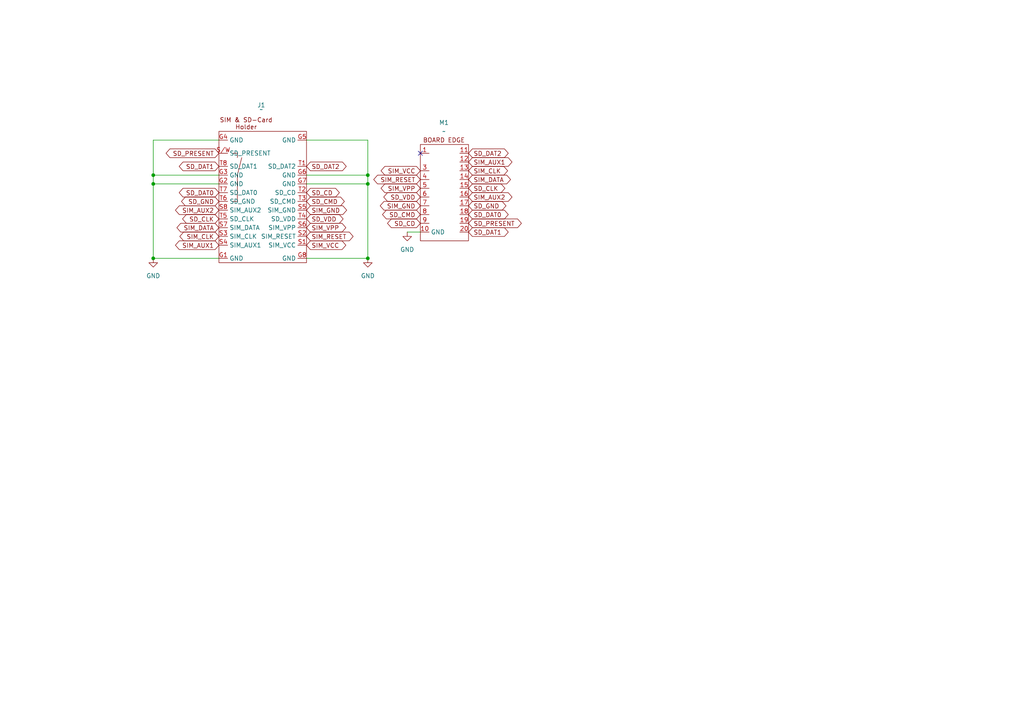
<source format=kicad_sch>
(kicad_sch (version 20250114) (generator "eeschema") (generator_version "9.0")
  (paper "A4")
  (lib_symbols
    (symbol "MegaCastle:MegaCastle2x10-Module-I16.0x20.6-MBFFFF-NOCUTOUT-EDGE"
      (property "Reference" "M" (at 0 -16.51 0))
      (symbol "MegaCastle2x10-Module-I16.0x20.6-MBFFFF-NOCUTOUT-EDGE_0_1"
        (rectangle (start -6.35 13.97) (end 7.62 -13.97))
      )
      (symbol "MegaCastle2x10-Module-I16.0x20.6-MBFFFF-NOCUTOUT-EDGE_1_1"
        (text " BOARD EDGE" (at 0 15.24 0) (effects (font (size 1.27 1.27))))
        (pin bidirectional line (at -6.35 11.43 0) (length 2.54) (name "") (number "1"))
        (pin bidirectional line (at -6.35 6.35 0) (length 2.54) (name "") (number "3"))
        (pin bidirectional line (at -6.35 3.81 0) (length 2.54) (name "") (number "4"))
        (pin bidirectional line (at -6.35 1.27 0) (length 2.54) (name "") (number "5"))
        (pin bidirectional line (at -6.35 -1.27 0) (length 2.54) (name "") (number "6"))
        (pin bidirectional line (at -6.35 -3.81 0) (length 2.54) (name "") (number "7"))
        (pin bidirectional line (at -6.35 -6.35 0) (length 2.54) (name "") (number "8"))
        (pin bidirectional line (at -6.35 -8.89 0) (length 2.54) (name "") (number "9"))
        (pin bidirectional line (at -6.35 -11.43 0) (length 2.54) (name "GND") (number "10"))
        (pin bidirectional line (at 7.62 11.43 180) (length 2.54) (name "") (number "11"))
        (pin bidirectional line (at 7.62 8.89 180) (length 2.54) (name "") (number "12"))
        (pin bidirectional line (at 7.62 6.35 180) (length 2.54) (name "") (number "13"))
        (pin bidirectional line (at 7.62 3.81 180) (length 2.54) (name "") (number "14"))
        (pin bidirectional line (at 7.62 1.27 180) (length 2.54) (name "") (number "15"))
        (pin bidirectional line (at 7.62 -1.27 180) (length 2.54) (name "") (number "16"))
        (pin bidirectional line (at 7.62 -3.81 180) (length 2.54) (name "") (number "17"))
        (pin bidirectional line (at 7.62 -6.35 180) (length 2.54) (name "") (number "18"))
        (pin bidirectional line (at 7.62 -8.89 180) (length 2.54) (name "") (number "19"))
        (pin bidirectional line (at 7.62 -11.43 180) (length 2.54) (name "") (number "20"))
      )
    )
    (symbol "Molex-SIM-SD-Card:Molex_104168-1616"
      (property "Reference" "J" (at -8.6245 0.0085 0))
      (symbol "Molex_104168-1616_0_1"
        (polyline (pts (xy -8.6245 3.8185) (xy -7.3545 3.8185) (xy -7.3545 2.5485)))
        (polyline (pts (xy -8.6245 -10.1515) (xy -7.3545 -10.1515) (xy -7.3545 -2.5315)))
      )
      (symbol "Molex_104168-1616_1_1"
        (rectangle (start -12.7 10.16) (end 12.7 -27.9315))
        (polyline (pts (xy -7.3545 -2.5315) (xy -6.0845 2.5485)))
        (text "SIM & SD-Card\nHolder" (at -4.8145 12.4545 0) (effects (font (size 1.27 1.27))))
        (pin input line (at -12.7 7.62 0) (length 2.54) (name "GND") (number "G4"))
        (pin bidirectional line (at -12.7 3.81 0) (length 2.54) (name "SD_PRESENT") (number "S/W"))
        (pin bidirectional line (at -12.7 0 0) (length 2.54) (name "SD_DAT1") (number "T8"))
        (pin bidirectional line (at -12.7 -2.54 0) (length 2.54) (name "GND") (number "G3"))
        (pin bidirectional line (at -12.7 -5.08 0) (length 2.54) (name "GND") (number "G2"))
        (pin bidirectional line (at -12.7 -7.62 0) (length 2.54) (name "SD_DAT0") (number "T7"))
        (pin bidirectional line (at -12.7 -10.16 0) (length 2.54) (name "SD_GND") (number "T6"))
        (pin bidirectional line (at -12.7 -12.7 0) (length 2.54) (name "SIM_AUX2") (number "S8"))
        (pin bidirectional line (at -12.7 -15.24 0) (length 2.54) (name "SD_CLK") (number "T5"))
        (pin bidirectional line (at -12.7 -17.78 0) (length 2.54) (name "SIM_DATA") (number "S7"))
        (pin bidirectional line (at -12.7 -20.32 0) (length 2.54) (name "SIM_CLK") (number "S3"))
        (pin bidirectional line (at -12.7 -22.86 0) (length 2.54) (name "SIM_AUX1") (number "S4"))
        (pin bidirectional line (at -12.7 -26.67 0) (length 2.54) (name "GND") (number "G1"))
        (pin bidirectional line (at 12.7 7.62 180) (length 2.54) (name "GND") (number "G5"))
        (pin bidirectional line (at 12.7 0 180) (length 2.54) (name "SD_DAT2") (number "T1"))
        (pin bidirectional line (at 12.7 -2.54 180) (length 2.54) (name "GND") (number "G6"))
        (pin bidirectional line (at 12.7 -5.08 180) (length 2.54) (name "GND") (number "G7"))
        (pin bidirectional line (at 12.7 -7.62 180) (length 2.54) (name "SD_CD") (number "T2"))
        (pin bidirectional line (at 12.7 -10.16 180) (length 2.54) (name "SD_CMD") (number "T3"))
        (pin bidirectional line (at 12.7 -12.7 180) (length 2.54) (name "SIM_GND") (number "S5"))
        (pin bidirectional line (at 12.7 -15.24 180) (length 2.54) (name "SD_VDD") (number "T4"))
        (pin bidirectional line (at 12.7 -17.78 180) (length 2.54) (name "SIM_VPP") (number "S6"))
        (pin bidirectional line (at 12.7 -20.32 180) (length 2.54) (name "SIM_RESET") (number "S2"))
        (pin bidirectional line (at 12.7 -22.86 180) (length 2.54) (name "SIM_VCC") (number "S1"))
        (pin bidirectional line (at 12.7 -26.67 180) (length 2.54) (name "GND") (number "G8"))
      )
    )
    (symbol "power:GND" (power) (pin_numbers (hide yes)) (pin_names (offset 0) (hide yes))
      (property "Value" "GND" (at 0 -3.81 0))
      (symbol "GND_0_1"
        (polyline (pts (xy 0 0) (xy 0 -1.27) (xy 1.27 -1.27) (xy 0 -2.54) (xy -1.27 -1.27) (xy 0 -1.27)))
      )
      (symbol "GND_1_1"
        (pin power_in line (at 0 0 270) (length 0) (name "~") (number "1"))
      )
    )
  )
  (junction (at 44.45 50.8))
  (junction (at 44.45 74.93))
  (junction (at 44.45 53.34))
  (junction (at 106.68 74.93))
  (junction (at 106.68 53.34))
  (junction (at 106.68 50.8))
  (no_connect (at 121.92 44.45))
  (wire (pts (xy 44.45 74.93) (xy 44.45 53.34)))
  (wire (pts (xy 44.45 53.34) (xy 44.45 50.8)))
  (wire (pts (xy 106.68 53.34) (xy 106.68 74.93)))
  (wire (pts (xy 44.45 74.93) (xy 63.5 74.93)))
  (wire (pts (xy 44.45 40.64) (xy 63.5 40.64)))
  (wire (pts (xy 88.9 50.8) (xy 106.68 50.8)))
  (wire (pts (xy 44.45 50.8) (xy 44.45 40.64)))
  (wire (pts (xy 106.68 50.8) (xy 106.68 53.34)))
  (wire (pts (xy 44.45 53.34) (xy 63.5 53.34)))
  (wire (pts (xy 88.9 74.93) (xy 106.68 74.93)))
  (wire (pts (xy 88.9 53.34) (xy 106.68 53.34)))
  (wire (pts (xy 44.45 50.8) (xy 63.5 50.8)))
  (wire (pts (xy 118.11 67.31) (xy 121.92 67.31)))
  (wire (pts (xy 88.9 40.64) (xy 106.68 40.64)))
  (wire (pts (xy 106.68 40.64) (xy 106.68 50.8)))
  (global_label "SD_DAT1" (shape bidirectional) (at 135.89 67.31 0) (property "Intersheetrefs" "${INTERSHEET_REFS}" (effects (hide yes))))
  (global_label "SIM_VPP" (shape bidirectional) (at 121.92 54.61 180) (property "Intersheetrefs" "${INTERSHEET_REFS}" (effects (hide yes))))
  (global_label "SD_VDD" (shape bidirectional) (at 121.92 57.15 180) (property "Intersheetrefs" "${INTERSHEET_REFS}" (effects (hide yes))))
  (global_label "SIM_CLK" (shape bidirectional) (at 135.89 49.53 0) (property "Intersheetrefs" "${INTERSHEET_REFS}" (effects (hide yes))))
  (global_label "SD_CMD" (shape bidirectional) (at 121.92 62.23 180) (property "Intersheetrefs" "${INTERSHEET_REFS}" (effects (hide yes))))
  (global_label "SIM_VPP" (shape bidirectional) (at 88.9 66.04 0) (property "Intersheetrefs" "${INTERSHEET_REFS}" (effects (hide yes))))
  (global_label "SD_GND" (shape bidirectional) (at 63.5 58.42 180) (property "Intersheetrefs" "${INTERSHEET_REFS}" (effects (hide yes))))
  (global_label "SD_DAT1" (shape bidirectional) (at 63.5 48.26 180) (property "Intersheetrefs" "${INTERSHEET_REFS}" (effects (hide yes))))
  (global_label "SIM_AUX1" (shape bidirectional) (at 63.5 71.12 180) (property "Intersheetrefs" "${INTERSHEET_REFS}" (effects (hide yes))))
  (global_label "SD_CD" (shape bidirectional) (at 88.9 55.88 0) (property "Intersheetrefs" "${INTERSHEET_REFS}" (effects (hide yes))))
  (global_label "SIM_VCC" (shape bidirectional) (at 121.92 49.53 180) (property "Intersheetrefs" "${INTERSHEET_REFS}" (effects (hide yes))))
  (global_label "SD_DAT0" (shape bidirectional) (at 63.5 55.88 180) (property "Intersheetrefs" "${INTERSHEET_REFS}" (effects (hide yes))))
  (global_label "SIM_AUX2" (shape bidirectional) (at 135.89 57.15 0) (property "Intersheetrefs" "${INTERSHEET_REFS}" (effects (hide yes))))
  (global_label "SD_DAT0" (shape bidirectional) (at 135.89 62.23 0) (property "Intersheetrefs" "${INTERSHEET_REFS}" (effects (hide yes))))
  (global_label "SD_DAT2" (shape bidirectional) (at 135.89 44.45 0) (property "Intersheetrefs" "${INTERSHEET_REFS}" (effects (hide yes))))
  (global_label "SD_GND" (shape bidirectional) (at 135.89 59.69 0) (property "Intersheetrefs" "${INTERSHEET_REFS}" (effects (hide yes))))
  (global_label "SIM_RESET" (shape bidirectional) (at 121.92 52.07 180) (property "Intersheetrefs" "${INTERSHEET_REFS}" (effects (hide yes))))
  (global_label "SIM_CLK" (shape bidirectional) (at 63.5 68.58 180) (property "Intersheetrefs" "${INTERSHEET_REFS}" (effects (hide yes))))
  (global_label "SIM_DATA" (shape bidirectional) (at 63.5 66.04 180) (property "Intersheetrefs" "${INTERSHEET_REFS}" (effects (hide yes))))
  (global_label "SIM_GND" (shape bidirectional) (at 121.92 59.69 180) (property "Intersheetrefs" "${INTERSHEET_REFS}" (effects (hide yes))))
  (global_label "SD_CLK" (shape bidirectional) (at 135.89 54.61 0) (property "Intersheetrefs" "${INTERSHEET_REFS}" (effects (hide yes))))
  (global_label "SD_DAT2" (shape bidirectional) (at 88.9 48.26 0) (property "Intersheetrefs" "${INTERSHEET_REFS}" (effects (hide yes))))
  (global_label "SD_VDD" (shape bidirectional) (at 88.9 63.5 0) (property "Intersheetrefs" "${INTERSHEET_REFS}" (effects (hide yes))))
  (global_label "SIM_AUX1" (shape bidirectional) (at 135.89 46.99 0) (property "Intersheetrefs" "${INTERSHEET_REFS}" (effects (hide yes))))
  (global_label "SIM_AUX2" (shape bidirectional) (at 63.5 60.96 180) (property "Intersheetrefs" "${INTERSHEET_REFS}" (effects (hide yes))))
  (global_label "SD_PRESENT" (shape bidirectional) (at 135.89 64.77 0) (property "Intersheetrefs" "${INTERSHEET_REFS}" (effects (hide yes))))
  (global_label "SIM_DATA" (shape bidirectional) (at 135.89 52.07 0) (property "Intersheetrefs" "${INTERSHEET_REFS}" (effects (hide yes))))
  (global_label "SD_CD" (shape bidirectional) (at 121.92 64.77 180) (property "Intersheetrefs" "${INTERSHEET_REFS}" (effects (hide yes))))
  (global_label "SD_CMD" (shape bidirectional) (at 88.9 58.42 0) (property "Intersheetrefs" "${INTERSHEET_REFS}" (effects (hide yes))))
  (global_label "SD_PRESENT" (shape bidirectional) (at 63.5 44.45 180) (property "Intersheetrefs" "${INTERSHEET_REFS}" (effects (hide yes))))
  (global_label "SIM_RESET" (shape bidirectional) (at 88.9 68.58 0) (property "Intersheetrefs" "${INTERSHEET_REFS}" (effects (hide yes))))
  (global_label "SIM_GND" (shape bidirectional) (at 88.9 60.96 0) (property "Intersheetrefs" "${INTERSHEET_REFS}" (effects (hide yes))))
  (global_label "SD_CLK" (shape bidirectional) (at 63.5 63.5 180) (property "Intersheetrefs" "${INTERSHEET_REFS}" (effects (hide yes))))
  (global_label "SIM_VCC" (shape bidirectional) (at 88.9 71.12 0) (property "Intersheetrefs" "${INTERSHEET_REFS}" (effects (hide yes))))
  (symbol (lib_id "MegaCastle:MegaCastle2x10-Module-I16.0x20.6-MBFFFF-NOCUTOUT-EDGE") (at 128.27 55.88 0) (unit 1)
    (property "Reference" "M1" (at 128.7738 35.56 0))
    (property "Value" "~" (at 128.7738 38.1 0))
    (property "Footprint" "MegaCastle:MegaCastle2x10-Module-I22.0x20.6-MBFFFF-SPAREPAD" (effects (hide yes)))
    (property "Description" "Generated using footprint-gen .. 16 20 19 MBFFFF" (effects (hide yes)))
  )
  (symbol (lib_id "power:GND") (at 118.11 67.31 0) (unit 1)
    (property "Reference" "#PWR1" (effects (hide yes)))
    (property "Value" "GND" (at 118.11 72.39 0))
    (property "Description" "Power symbol creates a global label with name \"GND\" , ground" (effects (hide yes)))
  )
  (symbol (lib_id "power:GND") (at 44.45 74.93 0) (unit 1)
    (property "Reference" "#PWR3" (effects (hide yes)))
    (property "Value" "GND" (at 44.45 80.01 0))
    (property "Description" "Power symbol creates a global label with name \"GND\" , ground" (effects (hide yes)))
  )
  (symbol (lib_id "power:GND") (at 106.68 74.93 0) (unit 1)
    (property "Reference" "#PWR2" (effects (hide yes)))
    (property "Value" "GND" (at 106.68 80.01 0))
    (property "Description" "Power symbol creates a global label with name \"GND\" , ground" (effects (hide yes)))
  )
  (symbol (lib_id "Molex-SIM-SD-Card:Molex_104168-1616") (at 76.2 48.26 0) (unit 1)
    (property "Reference" "J1" (at 75.79 30.48 0))
    (property "Value" "~" (at 75.79 31.75 0))
    (property "Footprint" "sim-and-sd-card:Molex 104168-1616 SIM and SD Card" (effects (hide yes)))
  )
)
</source>
